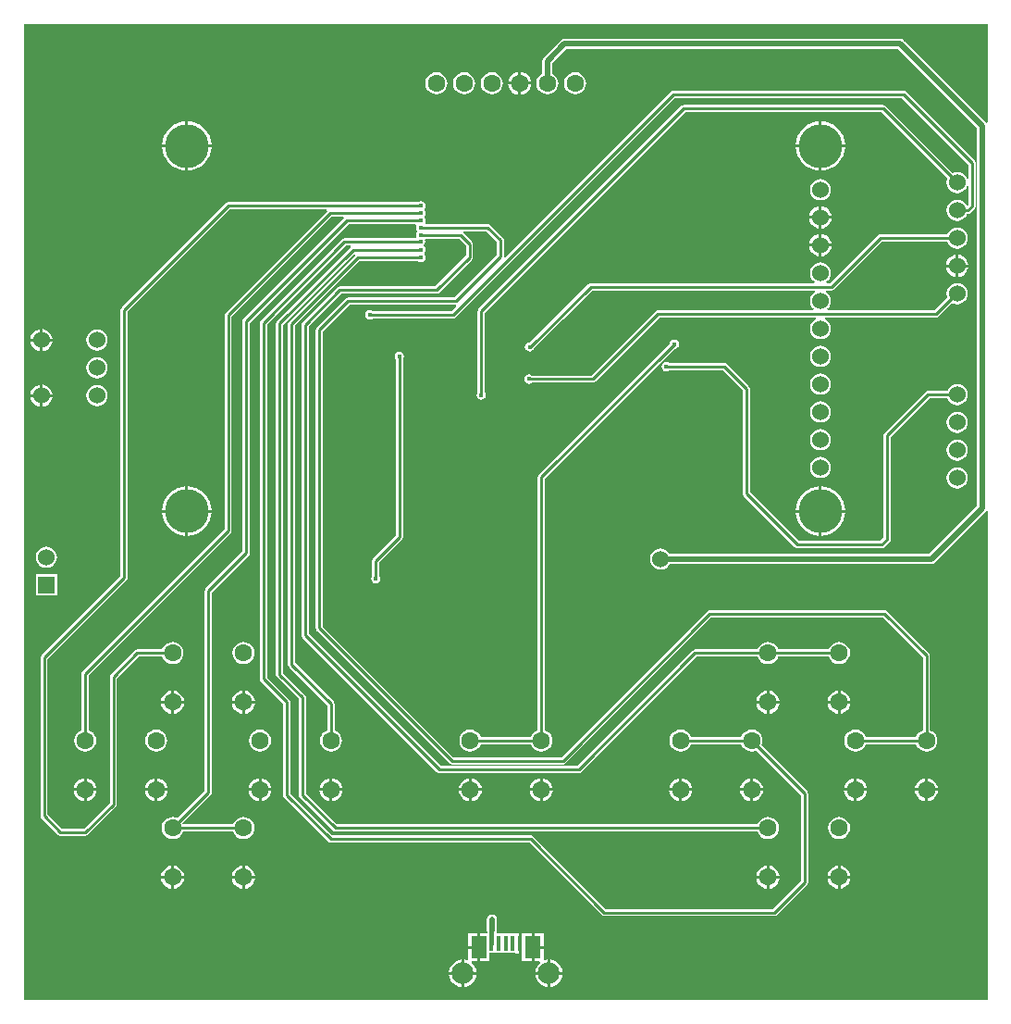
<source format=gtl>
G04*
G04 #@! TF.GenerationSoftware,Altium Limited,Altium Designer,20.1.7 (139)*
G04*
G04 Layer_Physical_Order=1*
G04 Layer_Color=255*
%FSLAX25Y25*%
%MOIN*%
G70*
G04*
G04 #@! TF.SameCoordinates,7B629D7A-5012-4778-A706-7C37D5037AAD*
G04*
G04*
G04 #@! TF.FilePolarity,Positive*
G04*
G01*
G75*
%ADD10C,0.01000*%
%ADD19R,0.05807X0.08268*%
%ADD20R,0.01772X0.05433*%
%ADD21C,0.01968*%
%ADD22C,0.01575*%
%ADD23C,0.01772*%
%ADD24C,0.06000*%
%ADD25C,0.06299*%
%ADD26R,0.06000X0.06000*%
%ADD27C,0.15748*%
%ADD28C,0.07874*%
G36*
X370442Y317429D02*
X369942Y317277D01*
X369781Y317517D01*
X340352Y346947D01*
X339766Y347338D01*
X339075Y347476D01*
X217913D01*
X217222Y347338D01*
X216636Y346947D01*
X210534Y340844D01*
X210142Y340258D01*
X210005Y339567D01*
Y335009D01*
X209826Y334935D01*
X209003Y334304D01*
X208372Y333482D01*
X207975Y332524D01*
X207840Y331496D01*
X207975Y330468D01*
X208372Y329511D01*
X209003Y328688D01*
X209826Y328057D01*
X210783Y327660D01*
X211811Y327525D01*
X212839Y327660D01*
X213796Y328057D01*
X214619Y328688D01*
X215250Y329511D01*
X215647Y330468D01*
X215782Y331496D01*
X215647Y332524D01*
X215250Y333482D01*
X214619Y334304D01*
X213796Y334935D01*
X213617Y335009D01*
Y338819D01*
X218662Y343863D01*
X338327D01*
X366698Y315492D01*
Y179390D01*
X349350Y162043D01*
X256009D01*
X255966Y162146D01*
X255359Y162937D01*
X254568Y163544D01*
X253646Y163926D01*
X252658Y164056D01*
X251669Y163926D01*
X250747Y163544D01*
X249956Y162937D01*
X249349Y162146D01*
X248968Y161225D01*
X248837Y160236D01*
X248968Y159248D01*
X249349Y158326D01*
X249956Y157535D01*
X250747Y156928D01*
X251669Y156546D01*
X252658Y156416D01*
X253646Y156546D01*
X254568Y156928D01*
X255359Y157535D01*
X255966Y158326D01*
X256009Y158430D01*
X350098D01*
X350790Y158567D01*
X351376Y158959D01*
X369781Y177364D01*
X369942Y177604D01*
X370442Y177453D01*
Y1606D01*
X23259D01*
Y352725D01*
X370442D01*
Y317429D01*
D02*
G37*
%LPC*%
G36*
X202311Y335616D02*
Y331996D01*
X205931D01*
X205854Y332579D01*
X205436Y333589D01*
X204771Y334456D01*
X203904Y335121D01*
X202894Y335539D01*
X202311Y335616D01*
D02*
G37*
G36*
X201311D02*
X200728Y335539D01*
X199718Y335121D01*
X198852Y334456D01*
X198186Y333589D01*
X197768Y332579D01*
X197691Y331996D01*
X201311D01*
Y335616D01*
D02*
G37*
G36*
X221811Y335467D02*
X220783Y335332D01*
X219826Y334935D01*
X219003Y334304D01*
X218372Y333482D01*
X217975Y332524D01*
X217840Y331496D01*
X217975Y330468D01*
X218372Y329511D01*
X219003Y328688D01*
X219826Y328057D01*
X220783Y327660D01*
X221811Y327525D01*
X222839Y327660D01*
X223797Y328057D01*
X224619Y328688D01*
X225250Y329511D01*
X225647Y330468D01*
X225782Y331496D01*
X225647Y332524D01*
X225250Y333482D01*
X224619Y334304D01*
X223797Y334935D01*
X222839Y335332D01*
X221811Y335467D01*
D02*
G37*
G36*
X191811D02*
X190783Y335332D01*
X189825Y334935D01*
X189003Y334304D01*
X188372Y333482D01*
X187975Y332524D01*
X187840Y331496D01*
X187975Y330468D01*
X188372Y329511D01*
X189003Y328688D01*
X189825Y328057D01*
X190783Y327660D01*
X191811Y327525D01*
X192839Y327660D01*
X193797Y328057D01*
X194619Y328688D01*
X195250Y329511D01*
X195647Y330468D01*
X195782Y331496D01*
X195647Y332524D01*
X195250Y333482D01*
X194619Y334304D01*
X193797Y334935D01*
X192839Y335332D01*
X191811Y335467D01*
D02*
G37*
G36*
X181811D02*
X180783Y335332D01*
X179825Y334935D01*
X179003Y334304D01*
X178372Y333482D01*
X177975Y332524D01*
X177840Y331496D01*
X177975Y330468D01*
X178372Y329511D01*
X179003Y328688D01*
X179825Y328057D01*
X180783Y327660D01*
X181811Y327525D01*
X182839Y327660D01*
X183797Y328057D01*
X184619Y328688D01*
X185250Y329511D01*
X185647Y330468D01*
X185782Y331496D01*
X185647Y332524D01*
X185250Y333482D01*
X184619Y334304D01*
X183797Y334935D01*
X182839Y335332D01*
X181811Y335467D01*
D02*
G37*
G36*
X171811D02*
X170783Y335332D01*
X169825Y334935D01*
X169003Y334304D01*
X168372Y333482D01*
X167975Y332524D01*
X167840Y331496D01*
X167975Y330468D01*
X168372Y329511D01*
X169003Y328688D01*
X169825Y328057D01*
X170783Y327660D01*
X171811Y327525D01*
X172839Y327660D01*
X173796Y328057D01*
X174619Y328688D01*
X175250Y329511D01*
X175647Y330468D01*
X175782Y331496D01*
X175647Y332524D01*
X175250Y333482D01*
X174619Y334304D01*
X173796Y334935D01*
X172839Y335332D01*
X171811Y335467D01*
D02*
G37*
G36*
X205931Y330996D02*
X202311D01*
Y327377D01*
X202894Y327453D01*
X203904Y327871D01*
X204771Y328537D01*
X205436Y329403D01*
X205854Y330413D01*
X205931Y330996D01*
D02*
G37*
G36*
X201311D02*
X197691D01*
X197768Y330413D01*
X198186Y329403D01*
X198852Y328537D01*
X199718Y327871D01*
X200728Y327453D01*
X201311Y327377D01*
Y330996D01*
D02*
G37*
G36*
X310736Y317824D02*
Y309457D01*
X319104D01*
X318982Y310696D01*
X318474Y312369D01*
X317650Y313911D01*
X316542Y315262D01*
X315190Y316371D01*
X313649Y317195D01*
X311976Y317702D01*
X310736Y317824D01*
D02*
G37*
G36*
X309736D02*
X308497Y317702D01*
X306824Y317195D01*
X305282Y316371D01*
X303931Y315262D01*
X302822Y313911D01*
X301998Y312369D01*
X301491Y310696D01*
X301368Y309457D01*
X309736D01*
Y317824D01*
D02*
G37*
G36*
X82390D02*
Y309457D01*
X90758D01*
X90635Y310696D01*
X90128Y312369D01*
X89304Y313911D01*
X88195Y315262D01*
X86844Y316371D01*
X85302Y317195D01*
X83629Y317702D01*
X82390Y317824D01*
D02*
G37*
G36*
X81390D02*
X80150Y317702D01*
X78477Y317195D01*
X76936Y316371D01*
X75585Y315262D01*
X74476Y313911D01*
X73652Y312369D01*
X73144Y310696D01*
X73022Y309457D01*
X81390D01*
Y317824D01*
D02*
G37*
G36*
X319104Y308457D02*
X310736D01*
Y300089D01*
X311976Y300211D01*
X313649Y300718D01*
X315190Y301542D01*
X316542Y302652D01*
X317650Y304003D01*
X318474Y305544D01*
X318982Y307217D01*
X319104Y308457D01*
D02*
G37*
G36*
X309736D02*
X301368D01*
X301491Y307217D01*
X301998Y305544D01*
X302822Y304003D01*
X303931Y302652D01*
X305282Y301542D01*
X306824Y300718D01*
X308497Y300211D01*
X309736Y300089D01*
Y308457D01*
D02*
G37*
G36*
X90758D02*
X82390D01*
Y300089D01*
X83629Y300211D01*
X85302Y300718D01*
X86844Y301542D01*
X88195Y302652D01*
X89304Y304003D01*
X90128Y305544D01*
X90635Y307217D01*
X90758Y308457D01*
D02*
G37*
G36*
X81390D02*
X73022D01*
X73144Y307217D01*
X73652Y305544D01*
X74476Y304003D01*
X75585Y302652D01*
X76936Y301542D01*
X78477Y300718D01*
X80150Y300211D01*
X81390Y300089D01*
Y308457D01*
D02*
G37*
G36*
X340256Y328773D02*
X257087D01*
X256584Y328673D01*
X256158Y328389D01*
X196665Y268895D01*
X196280Y269058D01*
X196195Y269132D01*
Y275000D01*
X196095Y275502D01*
X195810Y275928D01*
X191282Y280456D01*
X190857Y280740D01*
X190354Y280840D01*
X168021D01*
X167754Y281340D01*
X167816Y281434D01*
X167946Y282087D01*
X167816Y282739D01*
X167446Y283293D01*
X167611Y283784D01*
X167816Y284091D01*
X167946Y284744D01*
X167816Y285397D01*
X167446Y285950D01*
Y286195D01*
X167816Y286749D01*
X167946Y287402D01*
X167816Y288054D01*
X167446Y288608D01*
X166893Y288978D01*
X166240Y289108D01*
X165587Y288978D01*
X165193Y288714D01*
X96850D01*
X96348Y288614D01*
X95922Y288330D01*
X58422Y250830D01*
X58138Y250404D01*
X58038Y249902D01*
Y154185D01*
X29485Y125633D01*
X29201Y125207D01*
X29101Y124705D01*
Y67716D01*
X29201Y67214D01*
X29485Y66788D01*
X35292Y60981D01*
X35718Y60697D01*
X36220Y60597D01*
X45374D01*
X45876Y60697D01*
X46302Y60981D01*
X56341Y71021D01*
X56626Y71447D01*
X56726Y71949D01*
Y117271D01*
X64520Y125065D01*
X73054D01*
X73333Y124392D01*
X73964Y123570D01*
X74786Y122939D01*
X75744Y122542D01*
X76772Y122407D01*
X77799Y122542D01*
X78757Y122939D01*
X79580Y123570D01*
X80211Y124392D01*
X80607Y125350D01*
X80743Y126378D01*
X80607Y127406D01*
X80211Y128363D01*
X79580Y129186D01*
X78757Y129817D01*
X77799Y130214D01*
X76772Y130349D01*
X75744Y130214D01*
X74786Y129817D01*
X73964Y129186D01*
X73333Y128363D01*
X73054Y127691D01*
X63976D01*
X63474Y127591D01*
X63048Y127306D01*
X54485Y118743D01*
X54201Y118317D01*
X54101Y117815D01*
Y72492D01*
X44830Y63222D01*
X36764D01*
X31726Y68260D01*
Y124161D01*
X60278Y152714D01*
X60563Y153139D01*
X60663Y153642D01*
Y249358D01*
X97394Y286089D01*
X132260D01*
X132377Y285913D01*
X132453Y285589D01*
X95824Y248960D01*
X95539Y248534D01*
X95439Y248031D01*
Y170918D01*
X44347Y119826D01*
X44063Y119400D01*
X43963Y118898D01*
Y98600D01*
X43290Y98321D01*
X42468Y97690D01*
X41837Y96867D01*
X41440Y95910D01*
X41305Y94882D01*
X41440Y93854D01*
X41837Y92896D01*
X42468Y92074D01*
X43290Y91443D01*
X44248Y91046D01*
X45276Y90911D01*
X46303Y91046D01*
X47261Y91443D01*
X48083Y92074D01*
X48715Y92896D01*
X49111Y93854D01*
X49247Y94882D01*
X49111Y95910D01*
X48715Y96867D01*
X48083Y97690D01*
X47261Y98321D01*
X46588Y98600D01*
Y118354D01*
X97680Y169446D01*
X97965Y169872D01*
X98065Y170374D01*
Y247488D01*
X134008Y283432D01*
X138362D01*
X138479Y283256D01*
X138556Y282931D01*
X102320Y246696D01*
X102035Y246270D01*
X101935Y245768D01*
Y162945D01*
X88737Y149747D01*
X88453Y149321D01*
X88353Y148819D01*
Y76823D01*
X78472Y66943D01*
X77799Y67221D01*
X76772Y67357D01*
X75744Y67221D01*
X74786Y66825D01*
X73964Y66194D01*
X73333Y65371D01*
X72936Y64414D01*
X72801Y63386D01*
X72936Y62358D01*
X73333Y61400D01*
X73964Y60578D01*
X74786Y59947D01*
X75744Y59550D01*
X76772Y59415D01*
X77799Y59550D01*
X78757Y59947D01*
X79580Y60578D01*
X80211Y61400D01*
X80489Y62073D01*
X98645D01*
X98923Y61400D01*
X99554Y60578D01*
X100377Y59947D01*
X101335Y59550D01*
X102362Y59415D01*
X103390Y59550D01*
X104348Y59947D01*
X105170Y60578D01*
X105801Y61400D01*
X106198Y62358D01*
X106333Y63386D01*
X106198Y64414D01*
X105801Y65371D01*
X105170Y66194D01*
X104348Y66825D01*
X103390Y67221D01*
X102362Y67357D01*
X101335Y67221D01*
X100377Y66825D01*
X99554Y66194D01*
X98923Y65371D01*
X98645Y64698D01*
X80599D01*
X80406Y65164D01*
X90593Y75351D01*
X90878Y75777D01*
X90978Y76279D01*
Y148275D01*
X104176Y161473D01*
X104461Y161899D01*
X104561Y162402D01*
Y245224D01*
X140111Y280774D01*
X164361D01*
X164628Y280274D01*
X164566Y280180D01*
X164436Y279528D01*
X164566Y278875D01*
X164935Y278321D01*
Y278175D01*
X164566Y277621D01*
X164436Y276969D01*
X164566Y276316D01*
X164628Y276222D01*
X164361Y275722D01*
X138681D01*
X138179Y275622D01*
X137753Y275338D01*
X108619Y246204D01*
X108335Y245778D01*
X108235Y245276D01*
Y117028D01*
X108335Y116525D01*
X108619Y116099D01*
X116601Y108118D01*
Y75197D01*
X116701Y74695D01*
X116985Y74269D01*
X132832Y58422D01*
X133257Y58138D01*
X133760Y58038D01*
X205460D01*
X231454Y32044D01*
X231880Y31760D01*
X232382Y31660D01*
X293602D01*
X294105Y31760D01*
X294531Y32044D01*
X305456Y42970D01*
X305740Y43395D01*
X305840Y43898D01*
Y75787D01*
X305740Y76290D01*
X305456Y76716D01*
X288990Y93181D01*
X289269Y93854D01*
X289404Y94882D01*
X289269Y95910D01*
X288872Y96867D01*
X288241Y97690D01*
X287419Y98321D01*
X286461Y98718D01*
X285433Y98853D01*
X284405Y98718D01*
X283448Y98321D01*
X282625Y97690D01*
X281994Y96867D01*
X281715Y96194D01*
X263560D01*
X263281Y96867D01*
X262650Y97690D01*
X261828Y98321D01*
X260870Y98718D01*
X259842Y98853D01*
X258815Y98718D01*
X257857Y98321D01*
X257035Y97690D01*
X256404Y96867D01*
X256007Y95910D01*
X255872Y94882D01*
X256007Y93854D01*
X256404Y92896D01*
X257035Y92074D01*
X257857Y91443D01*
X258815Y91046D01*
X259842Y90911D01*
X260870Y91046D01*
X261828Y91443D01*
X262650Y92074D01*
X263281Y92896D01*
X263560Y93569D01*
X281715D01*
X281994Y92896D01*
X282625Y92074D01*
X283448Y91443D01*
X284405Y91046D01*
X285433Y90911D01*
X286461Y91046D01*
X287134Y91325D01*
X303215Y75244D01*
Y44441D01*
X293059Y34285D01*
X232926D01*
X206932Y60278D01*
X206506Y60563D01*
X206004Y60663D01*
X134303D01*
X119226Y75740D01*
Y108661D01*
X119126Y109164D01*
X118842Y109590D01*
X110860Y117571D01*
Y244732D01*
X139225Y273097D01*
X140872D01*
X141024Y272597D01*
X141001Y272582D01*
X114426Y246007D01*
X114142Y245581D01*
X114042Y245079D01*
Y118602D01*
X114142Y118100D01*
X114426Y117674D01*
X122309Y109791D01*
Y75295D01*
X122409Y74793D01*
X122694Y74367D01*
X134603Y62458D01*
X135029Y62173D01*
X135531Y62073D01*
X287621D01*
X287900Y61400D01*
X288531Y60578D01*
X289353Y59947D01*
X290311Y59550D01*
X291339Y59415D01*
X292366Y59550D01*
X293324Y59947D01*
X294146Y60578D01*
X294778Y61400D01*
X295174Y62358D01*
X295310Y63386D01*
X295174Y64414D01*
X294778Y65371D01*
X294146Y66194D01*
X293324Y66825D01*
X292366Y67221D01*
X291339Y67357D01*
X290311Y67221D01*
X289353Y66825D01*
X288531Y66194D01*
X287900Y65371D01*
X287621Y64698D01*
X136075D01*
X124935Y75839D01*
Y110335D01*
X124835Y110837D01*
X124550Y111263D01*
X116667Y119146D01*
Y244535D01*
X142203Y270071D01*
X142289Y270049D01*
X142442Y269496D01*
X118757Y245810D01*
X118472Y245384D01*
X118372Y244882D01*
Y122244D01*
X118472Y121742D01*
X118757Y121316D01*
X132546Y107527D01*
Y98600D01*
X131873Y98321D01*
X131050Y97690D01*
X130419Y96867D01*
X130023Y95910D01*
X129887Y94882D01*
X130023Y93854D01*
X130419Y92896D01*
X131050Y92074D01*
X131873Y91443D01*
X132831Y91046D01*
X133858Y90911D01*
X134886Y91046D01*
X135844Y91443D01*
X136666Y92074D01*
X137297Y92896D01*
X137694Y93854D01*
X137829Y94882D01*
X137694Y95910D01*
X137297Y96867D01*
X136666Y97690D01*
X135844Y98321D01*
X135171Y98600D01*
Y108071D01*
X135071Y108573D01*
X134786Y108999D01*
X120998Y122788D01*
Y244338D01*
X144245Y267585D01*
X165193D01*
X165587Y267321D01*
X166240Y267192D01*
X166893Y267321D01*
X167446Y267691D01*
X167816Y268245D01*
X167946Y268898D01*
X167816Y269550D01*
X167566Y269925D01*
X167486Y270276D01*
X167566Y270626D01*
X167816Y271001D01*
X167946Y271654D01*
X167816Y272306D01*
X167535Y272727D01*
X167348Y273203D01*
X167718Y273757D01*
X167848Y274410D01*
X167718Y275062D01*
X167655Y275156D01*
X167923Y275656D01*
X179870D01*
X182447Y273078D01*
Y269441D01*
X171405Y258399D01*
X137008D01*
X136505Y258299D01*
X136080Y258015D01*
X123580Y245515D01*
X123295Y245089D01*
X123195Y244587D01*
Y132874D01*
X123295Y132372D01*
X123580Y131946D01*
X172005Y83521D01*
X172431Y83236D01*
X172933Y83136D01*
X223130D01*
X223632Y83236D01*
X224058Y83521D01*
X265603Y125065D01*
X287621D01*
X287900Y124392D01*
X288531Y123570D01*
X289353Y122939D01*
X290311Y122542D01*
X291339Y122407D01*
X292366Y122542D01*
X293324Y122939D01*
X294146Y123570D01*
X294778Y124392D01*
X295056Y125065D01*
X313211D01*
X313490Y124392D01*
X314121Y123570D01*
X314944Y122939D01*
X315901Y122542D01*
X316929Y122407D01*
X317957Y122542D01*
X318915Y122939D01*
X319737Y123570D01*
X320368Y124392D01*
X320765Y125350D01*
X320900Y126378D01*
X320765Y127406D01*
X320368Y128363D01*
X319737Y129186D01*
X318915Y129817D01*
X317957Y130214D01*
X316929Y130349D01*
X315901Y130214D01*
X314944Y129817D01*
X314121Y129186D01*
X313490Y128363D01*
X313211Y127691D01*
X295056D01*
X294778Y128363D01*
X294146Y129186D01*
X293324Y129817D01*
X292366Y130214D01*
X291339Y130349D01*
X290311Y130214D01*
X289353Y129817D01*
X288531Y129186D01*
X287900Y128363D01*
X287621Y127691D01*
X265059D01*
X264557Y127591D01*
X264131Y127306D01*
X222586Y85761D01*
X173477D01*
X125821Y133418D01*
Y244043D01*
X137552Y255774D01*
X171949D01*
X172451Y255874D01*
X172877Y256158D01*
X184688Y267969D01*
X184973Y268395D01*
X185073Y268898D01*
Y273622D01*
X184973Y274124D01*
X184688Y274550D01*
X181523Y277715D01*
X181730Y278215D01*
X189811D01*
X193569Y274456D01*
Y269638D01*
X178295Y254364D01*
X139961D01*
X139458Y254264D01*
X139032Y253979D01*
X128698Y243645D01*
X128413Y243219D01*
X128313Y242717D01*
Y135433D01*
X128413Y134931D01*
X128698Y134505D01*
X176532Y86670D01*
X176958Y86386D01*
X177461Y86286D01*
X217421D01*
X217924Y86386D01*
X218349Y86670D01*
X270918Y139239D01*
X332822D01*
X347113Y124948D01*
Y98600D01*
X346440Y98321D01*
X345617Y97690D01*
X344986Y96867D01*
X344707Y96194D01*
X326552D01*
X326274Y96867D01*
X325642Y97690D01*
X324820Y98321D01*
X323862Y98718D01*
X322835Y98853D01*
X321807Y98718D01*
X320849Y98321D01*
X320027Y97690D01*
X319396Y96867D01*
X318999Y95910D01*
X318864Y94882D01*
X318999Y93854D01*
X319396Y92896D01*
X320027Y92074D01*
X320849Y91443D01*
X321807Y91046D01*
X322835Y90911D01*
X323862Y91046D01*
X324820Y91443D01*
X325642Y92074D01*
X326274Y92896D01*
X326552Y93569D01*
X344707D01*
X344986Y92896D01*
X345617Y92074D01*
X346440Y91443D01*
X347397Y91046D01*
X348425Y90911D01*
X349453Y91046D01*
X350411Y91443D01*
X351233Y92074D01*
X351864Y92896D01*
X352261Y93854D01*
X352396Y94882D01*
X352261Y95910D01*
X351864Y96867D01*
X351233Y97690D01*
X350411Y98321D01*
X349738Y98600D01*
Y125492D01*
X349638Y125994D01*
X349353Y126420D01*
X334294Y141479D01*
X333869Y141764D01*
X333366Y141864D01*
X270374D01*
X269872Y141764D01*
X269446Y141479D01*
X216878Y88911D01*
X178004D01*
X130939Y135977D01*
Y242173D01*
X140504Y251739D01*
X178801D01*
X178875Y251653D01*
X179038Y251268D01*
X177212Y249443D01*
X148882D01*
X148487Y249706D01*
X147835Y249836D01*
X147182Y249706D01*
X146628Y249336D01*
X146258Y248783D01*
X146129Y248130D01*
X146258Y247477D01*
X146628Y246924D01*
X147182Y246554D01*
X147835Y246424D01*
X148487Y246554D01*
X148882Y246817D01*
X177756D01*
X178258Y246917D01*
X178684Y247202D01*
X257630Y326148D01*
X339712D01*
X363550Y302311D01*
Y297111D01*
X363050Y297011D01*
X362757Y297717D01*
X362150Y298508D01*
X361359Y299115D01*
X360437Y299497D01*
X359449Y299627D01*
X358460Y299497D01*
X357863Y299250D01*
X333743Y323369D01*
X333317Y323654D01*
X332815Y323754D01*
X261024D01*
X260521Y323654D01*
X260095Y323369D01*
X187064Y250338D01*
X186779Y249912D01*
X186679Y249410D01*
Y220339D01*
X186416Y219944D01*
X186286Y219291D01*
X186416Y218638D01*
X186786Y218085D01*
X187339Y217715D01*
X187992Y217585D01*
X188645Y217715D01*
X189199Y218085D01*
X189568Y218638D01*
X189698Y219291D01*
X189568Y219944D01*
X189305Y220339D01*
Y248866D01*
X261567Y321128D01*
X332271D01*
X356006Y297393D01*
X355759Y296796D01*
X355629Y295807D01*
X355759Y294818D01*
X356140Y293897D01*
X356748Y293106D01*
X357539Y292499D01*
X358460Y292117D01*
X359449Y291987D01*
X360437Y292117D01*
X361359Y292499D01*
X362150Y293106D01*
X362757Y293897D01*
X363050Y294603D01*
X363550Y294504D01*
Y287935D01*
X363210Y287637D01*
X362725Y287759D01*
X362150Y288508D01*
X361359Y289115D01*
X360437Y289497D01*
X359449Y289627D01*
X358460Y289497D01*
X357539Y289115D01*
X356748Y288508D01*
X356140Y287717D01*
X355759Y286796D01*
X355629Y285807D01*
X355759Y284818D01*
X356140Y283897D01*
X356748Y283106D01*
X357539Y282499D01*
X358460Y282117D01*
X359449Y281987D01*
X360437Y282117D01*
X361359Y282499D01*
X362150Y283106D01*
X362757Y283897D01*
X363005Y284494D01*
X363366D01*
X363868Y284594D01*
X364294Y284879D01*
X365790Y286375D01*
X366075Y286801D01*
X366175Y287303D01*
Y302854D01*
X366075Y303357D01*
X365790Y303783D01*
X341184Y328389D01*
X340758Y328673D01*
X340256Y328773D01*
D02*
G37*
G36*
X310236Y297029D02*
X309247Y296899D01*
X308326Y296517D01*
X307535Y295910D01*
X306928Y295119D01*
X306546Y294197D01*
X306416Y293209D01*
X306546Y292220D01*
X306928Y291299D01*
X307535Y290508D01*
X308326Y289900D01*
X309247Y289519D01*
X310236Y289389D01*
X311225Y289519D01*
X312146Y289900D01*
X312937Y290508D01*
X313545Y291299D01*
X313926Y292220D01*
X314056Y293209D01*
X313926Y294197D01*
X313545Y295119D01*
X312937Y295910D01*
X312146Y296517D01*
X311225Y296899D01*
X310236Y297029D01*
D02*
G37*
G36*
X310736Y287177D02*
Y283709D01*
X314205D01*
X314133Y284253D01*
X313730Y285226D01*
X313089Y286062D01*
X312253Y286703D01*
X311280Y287106D01*
X310736Y287177D01*
D02*
G37*
G36*
X309736D02*
X309192Y287106D01*
X308219Y286703D01*
X307383Y286062D01*
X306742Y285226D01*
X306339Y284253D01*
X306267Y283709D01*
X309736D01*
Y287177D01*
D02*
G37*
G36*
X314205Y282709D02*
X310736D01*
Y279240D01*
X311280Y279312D01*
X312253Y279715D01*
X313089Y280356D01*
X313730Y281191D01*
X314133Y282164D01*
X314205Y282709D01*
D02*
G37*
G36*
X309736D02*
X306267D01*
X306339Y282164D01*
X306742Y281191D01*
X307383Y280356D01*
X308219Y279715D01*
X309192Y279312D01*
X309736Y279240D01*
Y282709D01*
D02*
G37*
G36*
X310736Y277177D02*
Y273709D01*
X314205D01*
X314133Y274253D01*
X313730Y275226D01*
X313089Y276062D01*
X312253Y276703D01*
X311280Y277106D01*
X310736Y277177D01*
D02*
G37*
G36*
X309736D02*
X309192Y277106D01*
X308219Y276703D01*
X307383Y276062D01*
X306742Y275226D01*
X306339Y274253D01*
X306267Y273709D01*
X309736D01*
Y277177D01*
D02*
G37*
G36*
X359449Y279627D02*
X358460Y279497D01*
X357539Y279115D01*
X356748Y278508D01*
X356140Y277717D01*
X355893Y277120D01*
X331909D01*
X331407Y277020D01*
X330981Y276735D01*
X313826Y259580D01*
X312550D01*
X312381Y260080D01*
X312937Y260507D01*
X313545Y261299D01*
X313926Y262220D01*
X314056Y263209D01*
X313926Y264197D01*
X313545Y265119D01*
X312937Y265910D01*
X312146Y266517D01*
X311225Y266899D01*
X310236Y267029D01*
X309247Y266899D01*
X308326Y266517D01*
X307535Y265910D01*
X306928Y265119D01*
X306546Y264197D01*
X306416Y263209D01*
X306546Y262220D01*
X306928Y261299D01*
X307535Y260507D01*
X308092Y260080D01*
X307922Y259580D01*
X227658D01*
X227415Y259532D01*
X227171Y259487D01*
X227164Y259482D01*
X227155Y259480D01*
X226950Y259343D01*
X226742Y259208D01*
X205251Y238288D01*
X204761Y238190D01*
X204207Y237821D01*
X203837Y237267D01*
X203707Y236614D01*
X203837Y235961D01*
X204207Y235408D01*
X204761Y235038D01*
X205413Y234908D01*
X206066Y235038D01*
X206620Y235408D01*
X206990Y235961D01*
X207077Y236402D01*
X228191Y256955D01*
X308111D01*
X308202Y256769D01*
X308246Y256455D01*
X307535Y255910D01*
X306928Y255119D01*
X306546Y254197D01*
X306416Y253209D01*
X306546Y252220D01*
X306928Y251299D01*
X307535Y250507D01*
X307758Y250336D01*
X307588Y249836D01*
X251673D01*
X251171Y249736D01*
X250745Y249452D01*
X227606Y226313D01*
X206165D01*
X205771Y226576D01*
X205118Y226706D01*
X204465Y226576D01*
X203912Y226206D01*
X203542Y225653D01*
X203412Y225000D01*
X203542Y224347D01*
X203912Y223794D01*
X204465Y223424D01*
X205118Y223294D01*
X205771Y223424D01*
X206165Y223687D01*
X228150D01*
X228652Y223787D01*
X229078Y224072D01*
X252217Y247211D01*
X308695D01*
X308795Y246711D01*
X308326Y246517D01*
X307535Y245910D01*
X306928Y245119D01*
X306546Y244197D01*
X306416Y243209D01*
X306546Y242220D01*
X306928Y241299D01*
X307535Y240508D01*
X308326Y239900D01*
X309247Y239519D01*
X310236Y239389D01*
X311225Y239519D01*
X312146Y239900D01*
X312937Y240508D01*
X313545Y241299D01*
X313926Y242220D01*
X314056Y243209D01*
X313926Y244197D01*
X313545Y245119D01*
X312937Y245910D01*
X312146Y246517D01*
X311678Y246711D01*
X311777Y247211D01*
X351870D01*
X352372Y247311D01*
X352798Y247596D01*
X357654Y252451D01*
X358460Y252117D01*
X359449Y251987D01*
X360437Y252117D01*
X361359Y252499D01*
X362150Y253106D01*
X362757Y253897D01*
X363139Y254818D01*
X363269Y255807D01*
X363139Y256796D01*
X362757Y257717D01*
X362150Y258508D01*
X361359Y259115D01*
X360437Y259497D01*
X359449Y259627D01*
X358460Y259497D01*
X357539Y259115D01*
X356748Y258508D01*
X356140Y257717D01*
X355759Y256796D01*
X355629Y255807D01*
X355759Y254818D01*
X355920Y254430D01*
X351326Y249836D01*
X312884D01*
X312714Y250336D01*
X312937Y250507D01*
X313545Y251299D01*
X313926Y252220D01*
X314056Y253209D01*
X313926Y254197D01*
X313545Y255119D01*
X312937Y255910D01*
X312227Y256455D01*
X312270Y256769D01*
X312361Y256955D01*
X314370D01*
X314872Y257055D01*
X315298Y257340D01*
X332453Y274495D01*
X355893D01*
X356140Y273897D01*
X356748Y273106D01*
X357539Y272499D01*
X358460Y272117D01*
X359449Y271987D01*
X360437Y272117D01*
X361359Y272499D01*
X362150Y273106D01*
X362757Y273897D01*
X363139Y274818D01*
X363269Y275807D01*
X363139Y276796D01*
X362757Y277717D01*
X362150Y278508D01*
X361359Y279115D01*
X360437Y279497D01*
X359449Y279627D01*
D02*
G37*
G36*
X314205Y272709D02*
X310736D01*
Y269240D01*
X311280Y269312D01*
X312253Y269715D01*
X313089Y270356D01*
X313730Y271191D01*
X314133Y272164D01*
X314205Y272709D01*
D02*
G37*
G36*
X309736D02*
X306267D01*
X306339Y272164D01*
X306742Y271191D01*
X307383Y270356D01*
X308219Y269715D01*
X309192Y269312D01*
X309736Y269240D01*
Y272709D01*
D02*
G37*
G36*
X359949Y269776D02*
Y266307D01*
X363418D01*
X363346Y266851D01*
X362943Y267824D01*
X362302Y268660D01*
X361466Y269301D01*
X360493Y269704D01*
X359949Y269776D01*
D02*
G37*
G36*
X358949D02*
X358405Y269704D01*
X357432Y269301D01*
X356596Y268660D01*
X355955Y267824D01*
X355552Y266851D01*
X355480Y266307D01*
X358949D01*
Y269776D01*
D02*
G37*
G36*
X363418Y265307D02*
X359949D01*
Y261838D01*
X360493Y261910D01*
X361466Y262313D01*
X362302Y262954D01*
X362943Y263790D01*
X363346Y264763D01*
X363418Y265307D01*
D02*
G37*
G36*
X358949D02*
X355480D01*
X355552Y264763D01*
X355955Y263790D01*
X356596Y262954D01*
X357432Y262313D01*
X358405Y261910D01*
X358949Y261838D01*
Y265307D01*
D02*
G37*
G36*
X30008Y243004D02*
Y239535D01*
X33477D01*
X33405Y240080D01*
X33002Y241053D01*
X32361Y241888D01*
X31525Y242529D01*
X30552Y242933D01*
X30008Y243004D01*
D02*
G37*
G36*
X29008D02*
X28464Y242933D01*
X27491Y242529D01*
X26655Y241888D01*
X26014Y241053D01*
X25611Y240080D01*
X25539Y239535D01*
X29008D01*
Y243004D01*
D02*
G37*
G36*
X49508Y242856D02*
X48519Y242725D01*
X47598Y242344D01*
X46807Y241737D01*
X46200Y240946D01*
X45818Y240024D01*
X45688Y239035D01*
X45818Y238047D01*
X46200Y237125D01*
X46807Y236334D01*
X47598Y235727D01*
X48519Y235346D01*
X49508Y235215D01*
X50497Y235346D01*
X51418Y235727D01*
X52209Y236334D01*
X52816Y237125D01*
X53198Y238047D01*
X53328Y239035D01*
X53198Y240024D01*
X52816Y240946D01*
X52209Y241737D01*
X51418Y242344D01*
X50497Y242725D01*
X49508Y242856D01*
D02*
G37*
G36*
X33477Y238535D02*
X30008D01*
Y235067D01*
X30552Y235138D01*
X31525Y235541D01*
X32361Y236183D01*
X33002Y237018D01*
X33405Y237991D01*
X33477Y238535D01*
D02*
G37*
G36*
X29008D02*
X25539D01*
X25611Y237991D01*
X26014Y237018D01*
X26655Y236183D01*
X27491Y235541D01*
X28464Y235138D01*
X29008Y235067D01*
Y238535D01*
D02*
G37*
G36*
X310236Y237029D02*
X309247Y236899D01*
X308326Y236517D01*
X307535Y235910D01*
X306928Y235119D01*
X306546Y234197D01*
X306416Y233209D01*
X306546Y232220D01*
X306928Y231299D01*
X307535Y230507D01*
X308326Y229900D01*
X309247Y229519D01*
X310236Y229389D01*
X311225Y229519D01*
X312146Y229900D01*
X312937Y230507D01*
X313545Y231299D01*
X313926Y232220D01*
X314056Y233209D01*
X313926Y234197D01*
X313545Y235119D01*
X312937Y235910D01*
X312146Y236517D01*
X311225Y236899D01*
X310236Y237029D01*
D02*
G37*
G36*
X49508Y232856D02*
X48519Y232725D01*
X47598Y232344D01*
X46807Y231737D01*
X46200Y230945D01*
X45818Y230024D01*
X45688Y229035D01*
X45818Y228047D01*
X46200Y227125D01*
X46807Y226334D01*
X47598Y225727D01*
X48519Y225345D01*
X49508Y225215D01*
X50497Y225345D01*
X51418Y225727D01*
X52209Y226334D01*
X52816Y227125D01*
X53198Y228047D01*
X53328Y229035D01*
X53198Y230024D01*
X52816Y230945D01*
X52209Y231737D01*
X51418Y232344D01*
X50497Y232725D01*
X49508Y232856D01*
D02*
G37*
G36*
X30008Y223004D02*
Y219535D01*
X33477D01*
X33405Y220080D01*
X33002Y221053D01*
X32361Y221888D01*
X31525Y222529D01*
X30552Y222933D01*
X30008Y223004D01*
D02*
G37*
G36*
X29008D02*
X28464Y222933D01*
X27491Y222529D01*
X26655Y221888D01*
X26014Y221053D01*
X25611Y220080D01*
X25539Y219535D01*
X29008D01*
Y223004D01*
D02*
G37*
G36*
X310236Y227029D02*
X309247Y226899D01*
X308326Y226517D01*
X307535Y225910D01*
X306928Y225119D01*
X306546Y224197D01*
X306416Y223209D01*
X306546Y222220D01*
X306928Y221299D01*
X307535Y220508D01*
X308326Y219900D01*
X309247Y219519D01*
X310236Y219389D01*
X311225Y219519D01*
X312146Y219900D01*
X312937Y220508D01*
X313545Y221299D01*
X313926Y222220D01*
X314056Y223209D01*
X313926Y224197D01*
X313545Y225119D01*
X312937Y225910D01*
X312146Y226517D01*
X311225Y226899D01*
X310236Y227029D01*
D02*
G37*
G36*
X254724Y231234D02*
X254071Y231104D01*
X253518Y230734D01*
X253148Y230180D01*
X253018Y229528D01*
X253148Y228875D01*
X253518Y228321D01*
X254071Y227951D01*
X254724Y227822D01*
X255377Y227951D01*
X255772Y228215D01*
X275047D01*
X282152Y221110D01*
Y183858D01*
X282252Y183356D01*
X282536Y182930D01*
X301040Y164426D01*
X301466Y164142D01*
X301969Y164042D01*
X332283D01*
X332786Y164142D01*
X333212Y164426D01*
X335180Y166395D01*
X335465Y166821D01*
X335565Y167323D01*
Y204181D01*
X349441Y218057D01*
X355893D01*
X356140Y217460D01*
X356748Y216669D01*
X357539Y216062D01*
X358460Y215680D01*
X359449Y215550D01*
X360437Y215680D01*
X361359Y216062D01*
X362150Y216669D01*
X362757Y217460D01*
X363139Y218381D01*
X363269Y219370D01*
X363139Y220359D01*
X362757Y221280D01*
X362150Y222071D01*
X361359Y222678D01*
X360437Y223060D01*
X359449Y223190D01*
X358460Y223060D01*
X357539Y222678D01*
X356748Y222071D01*
X356140Y221280D01*
X355893Y220683D01*
X348898D01*
X348395Y220583D01*
X347970Y220298D01*
X333324Y205653D01*
X333039Y205227D01*
X332939Y204724D01*
Y167867D01*
X331740Y166667D01*
X302512D01*
X284777Y184402D01*
Y221654D01*
X284677Y222156D01*
X284393Y222582D01*
X276519Y230456D01*
X276093Y230740D01*
X275590Y230840D01*
X255772D01*
X255377Y231104D01*
X254724Y231234D01*
D02*
G37*
G36*
X49508Y222855D02*
X48519Y222725D01*
X47598Y222344D01*
X46807Y221737D01*
X46200Y220946D01*
X45818Y220024D01*
X45688Y219035D01*
X45818Y218047D01*
X46200Y217125D01*
X46807Y216334D01*
X47598Y215727D01*
X48519Y215346D01*
X49508Y215215D01*
X50497Y215346D01*
X51418Y215727D01*
X52209Y216334D01*
X52816Y217125D01*
X53198Y218047D01*
X53328Y219035D01*
X53198Y220024D01*
X52816Y220946D01*
X52209Y221737D01*
X51418Y222344D01*
X50497Y222725D01*
X49508Y222855D01*
D02*
G37*
G36*
X33477Y218535D02*
X30008D01*
Y215067D01*
X30552Y215138D01*
X31525Y215541D01*
X32361Y216183D01*
X33002Y217018D01*
X33405Y217991D01*
X33477Y218535D01*
D02*
G37*
G36*
X29008D02*
X25539D01*
X25611Y217991D01*
X26014Y217018D01*
X26655Y216183D01*
X27491Y215541D01*
X28464Y215138D01*
X29008Y215067D01*
Y218535D01*
D02*
G37*
G36*
X310236Y217029D02*
X309247Y216899D01*
X308326Y216517D01*
X307535Y215910D01*
X306928Y215119D01*
X306546Y214197D01*
X306416Y213209D01*
X306546Y212220D01*
X306928Y211299D01*
X307535Y210507D01*
X308326Y209900D01*
X309247Y209519D01*
X310236Y209389D01*
X311225Y209519D01*
X312146Y209900D01*
X312937Y210507D01*
X313545Y211299D01*
X313926Y212220D01*
X314056Y213209D01*
X313926Y214197D01*
X313545Y215119D01*
X312937Y215910D01*
X312146Y216517D01*
X311225Y216899D01*
X310236Y217029D01*
D02*
G37*
G36*
X359449Y213190D02*
X358460Y213060D01*
X357539Y212678D01*
X356748Y212071D01*
X356140Y211280D01*
X355759Y210359D01*
X355629Y209370D01*
X355759Y208381D01*
X356140Y207460D01*
X356748Y206669D01*
X357539Y206062D01*
X358460Y205680D01*
X359449Y205550D01*
X360437Y205680D01*
X361359Y206062D01*
X362150Y206669D01*
X362757Y207460D01*
X363139Y208381D01*
X363269Y209370D01*
X363139Y210359D01*
X362757Y211280D01*
X362150Y212071D01*
X361359Y212678D01*
X360437Y213060D01*
X359449Y213190D01*
D02*
G37*
G36*
X310236Y207029D02*
X309247Y206899D01*
X308326Y206517D01*
X307535Y205910D01*
X306928Y205119D01*
X306546Y204197D01*
X306416Y203209D01*
X306546Y202220D01*
X306928Y201299D01*
X307535Y200507D01*
X308326Y199900D01*
X309247Y199519D01*
X310236Y199389D01*
X311225Y199519D01*
X312146Y199900D01*
X312937Y200507D01*
X313545Y201299D01*
X313926Y202220D01*
X314056Y203209D01*
X313926Y204197D01*
X313545Y205119D01*
X312937Y205910D01*
X312146Y206517D01*
X311225Y206899D01*
X310236Y207029D01*
D02*
G37*
G36*
X359449Y203190D02*
X358460Y203060D01*
X357539Y202678D01*
X356748Y202071D01*
X356140Y201280D01*
X355759Y200359D01*
X355629Y199370D01*
X355759Y198381D01*
X356140Y197460D01*
X356748Y196669D01*
X357539Y196062D01*
X358460Y195680D01*
X359449Y195550D01*
X360437Y195680D01*
X361359Y196062D01*
X362150Y196669D01*
X362757Y197460D01*
X363139Y198381D01*
X363269Y199370D01*
X363139Y200359D01*
X362757Y201280D01*
X362150Y202071D01*
X361359Y202678D01*
X360437Y203060D01*
X359449Y203190D01*
D02*
G37*
G36*
X310236Y197029D02*
X309247Y196899D01*
X308326Y196517D01*
X307535Y195910D01*
X306928Y195119D01*
X306546Y194197D01*
X306416Y193209D01*
X306546Y192220D01*
X306928Y191299D01*
X307535Y190507D01*
X308326Y189900D01*
X309247Y189519D01*
X310236Y189389D01*
X311225Y189519D01*
X312146Y189900D01*
X312937Y190507D01*
X313545Y191299D01*
X313926Y192220D01*
X314056Y193209D01*
X313926Y194197D01*
X313545Y195119D01*
X312937Y195910D01*
X312146Y196517D01*
X311225Y196899D01*
X310236Y197029D01*
D02*
G37*
G36*
X359449Y193190D02*
X358460Y193060D01*
X357539Y192678D01*
X356748Y192071D01*
X356140Y191280D01*
X355759Y190359D01*
X355629Y189370D01*
X355759Y188381D01*
X356140Y187460D01*
X356748Y186669D01*
X357539Y186062D01*
X358460Y185680D01*
X359449Y185550D01*
X360437Y185680D01*
X361359Y186062D01*
X362150Y186669D01*
X362757Y187460D01*
X363139Y188381D01*
X363269Y189370D01*
X363139Y190359D01*
X362757Y191280D01*
X362150Y192071D01*
X361359Y192678D01*
X360437Y193060D01*
X359449Y193190D01*
D02*
G37*
G36*
X310736Y186328D02*
Y177961D01*
X319104D01*
X318982Y179200D01*
X318474Y180873D01*
X317650Y182415D01*
X316542Y183766D01*
X315190Y184875D01*
X313649Y185699D01*
X311976Y186206D01*
X310736Y186328D01*
D02*
G37*
G36*
X309736D02*
X308497Y186206D01*
X306824Y185699D01*
X305282Y184875D01*
X303931Y183766D01*
X302822Y182415D01*
X301998Y180873D01*
X301491Y179200D01*
X301368Y177961D01*
X309736D01*
Y186328D01*
D02*
G37*
G36*
X82390D02*
Y177961D01*
X90758D01*
X90635Y179200D01*
X90128Y180873D01*
X89304Y182415D01*
X88195Y183766D01*
X86844Y184875D01*
X85302Y185699D01*
X83629Y186206D01*
X82390Y186328D01*
D02*
G37*
G36*
X81390D02*
X80150Y186206D01*
X78477Y185699D01*
X76936Y184875D01*
X75585Y183766D01*
X74476Y182415D01*
X73652Y180873D01*
X73144Y179200D01*
X73022Y177961D01*
X81390D01*
Y186328D01*
D02*
G37*
G36*
X319104Y176961D02*
X310736D01*
Y168593D01*
X311976Y168715D01*
X313649Y169222D01*
X315190Y170046D01*
X316542Y171155D01*
X317650Y172507D01*
X318474Y174048D01*
X318982Y175721D01*
X319104Y176961D01*
D02*
G37*
G36*
X309736D02*
X301368D01*
X301491Y175721D01*
X301998Y174048D01*
X302822Y172507D01*
X303931Y171155D01*
X305282Y170046D01*
X306824Y169222D01*
X308497Y168715D01*
X309736Y168593D01*
Y176961D01*
D02*
G37*
G36*
X90758D02*
X82390D01*
Y168593D01*
X83629Y168715D01*
X85302Y169222D01*
X86844Y170046D01*
X88195Y171155D01*
X89304Y172507D01*
X90128Y174048D01*
X90635Y175721D01*
X90758Y176961D01*
D02*
G37*
G36*
X81390D02*
X73022D01*
X73144Y175721D01*
X73652Y174048D01*
X74476Y172507D01*
X75585Y171155D01*
X76936Y170046D01*
X78477Y169222D01*
X80150Y168715D01*
X81390Y168593D01*
Y176961D01*
D02*
G37*
G36*
X31299Y164745D02*
X30310Y164615D01*
X29389Y164234D01*
X28598Y163626D01*
X27991Y162835D01*
X27609Y161914D01*
X27479Y160925D01*
X27609Y159936D01*
X27991Y159015D01*
X28598Y158224D01*
X29389Y157617D01*
X30310Y157235D01*
X31299Y157105D01*
X32288Y157235D01*
X33209Y157617D01*
X34000Y158224D01*
X34607Y159015D01*
X34989Y159936D01*
X35119Y160925D01*
X34989Y161914D01*
X34607Y162835D01*
X34000Y163626D01*
X33209Y164234D01*
X32288Y164615D01*
X31299Y164745D01*
D02*
G37*
G36*
X158465Y234974D02*
X157812Y234844D01*
X157258Y234474D01*
X156888Y233921D01*
X156759Y233268D01*
X156888Y232615D01*
X157152Y232221D01*
Y168654D01*
X149072Y160574D01*
X148787Y160148D01*
X148687Y159646D01*
Y154098D01*
X148424Y153704D01*
X148294Y153051D01*
X148424Y152398D01*
X148794Y151845D01*
X149347Y151475D01*
X150000Y151345D01*
X150653Y151475D01*
X151206Y151845D01*
X151576Y152398D01*
X151706Y153051D01*
X151576Y153704D01*
X151313Y154098D01*
Y159102D01*
X159393Y167182D01*
X159677Y167608D01*
X159777Y168110D01*
Y232221D01*
X160041Y232615D01*
X160171Y233268D01*
X160041Y233921D01*
X159671Y234474D01*
X159117Y234844D01*
X158465Y234974D01*
D02*
G37*
G36*
X35087Y154713D02*
X27512D01*
Y147138D01*
X35087D01*
Y154713D01*
D02*
G37*
G36*
X102362Y130349D02*
X101335Y130214D01*
X100377Y129817D01*
X99554Y129186D01*
X98923Y128363D01*
X98527Y127406D01*
X98391Y126378D01*
X98527Y125350D01*
X98923Y124392D01*
X99554Y123570D01*
X100377Y122939D01*
X101335Y122542D01*
X102362Y122407D01*
X103390Y122542D01*
X104348Y122939D01*
X105170Y123570D01*
X105801Y124392D01*
X106198Y125350D01*
X106333Y126378D01*
X106198Y127406D01*
X105801Y128363D01*
X105170Y129186D01*
X104348Y129817D01*
X103390Y130214D01*
X102362Y130349D01*
D02*
G37*
G36*
X317429Y112781D02*
Y109161D01*
X321049D01*
X320972Y109745D01*
X320554Y110754D01*
X319889Y111621D01*
X319022Y112286D01*
X318012Y112704D01*
X317429Y112781D01*
D02*
G37*
G36*
X316429D02*
X315846Y112704D01*
X314836Y112286D01*
X313970Y111621D01*
X313304Y110754D01*
X312886Y109745D01*
X312809Y109161D01*
X316429D01*
Y112781D01*
D02*
G37*
G36*
X291839D02*
Y109161D01*
X295458D01*
X295381Y109745D01*
X294963Y110754D01*
X294298Y111621D01*
X293431Y112286D01*
X292422Y112704D01*
X291839Y112781D01*
D02*
G37*
G36*
X290839D02*
X290255Y112704D01*
X289246Y112286D01*
X288379Y111621D01*
X287714Y110754D01*
X287296Y109745D01*
X287219Y109161D01*
X290839D01*
Y112781D01*
D02*
G37*
G36*
X102862D02*
Y109161D01*
X106482D01*
X106405Y109745D01*
X105987Y110754D01*
X105322Y111621D01*
X104455Y112286D01*
X103445Y112704D01*
X102862Y112781D01*
D02*
G37*
G36*
X101862D02*
X101279Y112704D01*
X100269Y112286D01*
X99403Y111621D01*
X98738Y110754D01*
X98319Y109745D01*
X98243Y109161D01*
X101862D01*
Y112781D01*
D02*
G37*
G36*
X77272D02*
Y109161D01*
X80891D01*
X80814Y109745D01*
X80396Y110754D01*
X79731Y111621D01*
X78864Y112286D01*
X77855Y112704D01*
X77272Y112781D01*
D02*
G37*
G36*
X76272D02*
X75688Y112704D01*
X74679Y112286D01*
X73812Y111621D01*
X73147Y110754D01*
X72729Y109745D01*
X72652Y109161D01*
X76272D01*
Y112781D01*
D02*
G37*
G36*
X321049Y108161D02*
X317429D01*
Y104542D01*
X318012Y104619D01*
X319022Y105037D01*
X319889Y105702D01*
X320554Y106569D01*
X320972Y107578D01*
X321049Y108161D01*
D02*
G37*
G36*
X316429D02*
X312809D01*
X312886Y107578D01*
X313304Y106569D01*
X313970Y105702D01*
X314836Y105037D01*
X315846Y104619D01*
X316429Y104542D01*
Y108161D01*
D02*
G37*
G36*
X295458D02*
X291839D01*
Y104542D01*
X292422Y104619D01*
X293431Y105037D01*
X294298Y105702D01*
X294963Y106569D01*
X295381Y107578D01*
X295458Y108161D01*
D02*
G37*
G36*
X290839D02*
X287219D01*
X287296Y107578D01*
X287714Y106569D01*
X288379Y105702D01*
X289246Y105037D01*
X290255Y104619D01*
X290839Y104542D01*
Y108161D01*
D02*
G37*
G36*
X106482D02*
X102862D01*
Y104542D01*
X103445Y104619D01*
X104455Y105037D01*
X105322Y105702D01*
X105987Y106569D01*
X106405Y107578D01*
X106482Y108161D01*
D02*
G37*
G36*
X101862D02*
X98243D01*
X98319Y107578D01*
X98738Y106569D01*
X99403Y105702D01*
X100269Y105037D01*
X101279Y104619D01*
X101862Y104542D01*
Y108161D01*
D02*
G37*
G36*
X80891D02*
X77272D01*
Y104542D01*
X77855Y104619D01*
X78864Y105037D01*
X79731Y105702D01*
X80396Y106569D01*
X80814Y107578D01*
X80891Y108161D01*
D02*
G37*
G36*
X76272D02*
X72652D01*
X72729Y107578D01*
X73147Y106569D01*
X73812Y105702D01*
X74679Y105037D01*
X75688Y104619D01*
X76272Y104542D01*
Y108161D01*
D02*
G37*
G36*
X257579Y239304D02*
X256926Y239175D01*
X256372Y238805D01*
X256003Y238251D01*
X255910Y237786D01*
X208717Y190594D01*
X208433Y190168D01*
X208333Y189665D01*
Y98600D01*
X207660Y98321D01*
X206838Y97690D01*
X206207Y96867D01*
X205928Y96194D01*
X187773D01*
X187494Y96867D01*
X186863Y97690D01*
X186041Y98321D01*
X185083Y98718D01*
X184055Y98853D01*
X183027Y98718D01*
X182070Y98321D01*
X181247Y97690D01*
X180616Y96867D01*
X180219Y95910D01*
X180084Y94882D01*
X180219Y93854D01*
X180616Y92896D01*
X181247Y92074D01*
X182070Y91443D01*
X183027Y91046D01*
X184055Y90911D01*
X185083Y91046D01*
X186041Y91443D01*
X186863Y92074D01*
X187494Y92896D01*
X187773Y93569D01*
X205928D01*
X206207Y92896D01*
X206838Y92074D01*
X207660Y91443D01*
X208618Y91046D01*
X209646Y90911D01*
X210673Y91046D01*
X211631Y91443D01*
X212454Y92074D01*
X213085Y92896D01*
X213481Y93854D01*
X213617Y94882D01*
X213481Y95910D01*
X213085Y96867D01*
X212454Y97690D01*
X211631Y98321D01*
X210958Y98600D01*
Y189122D01*
X257766Y235930D01*
X258232Y236022D01*
X258785Y236392D01*
X259155Y236946D01*
X259285Y237598D01*
X259155Y238251D01*
X258785Y238805D01*
X258232Y239175D01*
X257579Y239304D01*
D02*
G37*
G36*
X108268Y98853D02*
X107240Y98718D01*
X106282Y98321D01*
X105460Y97690D01*
X104829Y96867D01*
X104432Y95910D01*
X104297Y94882D01*
X104432Y93854D01*
X104829Y92896D01*
X105460Y92074D01*
X106282Y91443D01*
X107240Y91046D01*
X108268Y90911D01*
X109295Y91046D01*
X110253Y91443D01*
X111076Y92074D01*
X111707Y92896D01*
X112103Y93854D01*
X112239Y94882D01*
X112103Y95910D01*
X111707Y96867D01*
X111076Y97690D01*
X110253Y98321D01*
X109295Y98718D01*
X108268Y98853D01*
D02*
G37*
G36*
X70866D02*
X69838Y98718D01*
X68881Y98321D01*
X68058Y97690D01*
X67427Y96867D01*
X67031Y95910D01*
X66895Y94882D01*
X67031Y93854D01*
X67427Y92896D01*
X68058Y92074D01*
X68881Y91443D01*
X69838Y91046D01*
X70866Y90911D01*
X71894Y91046D01*
X72852Y91443D01*
X73674Y92074D01*
X74305Y92896D01*
X74702Y93854D01*
X74837Y94882D01*
X74702Y95910D01*
X74305Y96867D01*
X73674Y97690D01*
X72852Y98321D01*
X71894Y98718D01*
X70866Y98853D01*
D02*
G37*
G36*
X348925Y81285D02*
Y77665D01*
X352545D01*
X352468Y78249D01*
X352050Y79258D01*
X351385Y80125D01*
X350518Y80790D01*
X349509Y81208D01*
X348925Y81285D01*
D02*
G37*
G36*
X347925D02*
X347342Y81208D01*
X346333Y80790D01*
X345466Y80125D01*
X344800Y79258D01*
X344382Y78249D01*
X344306Y77665D01*
X347925D01*
Y81285D01*
D02*
G37*
G36*
X323335D02*
Y77665D01*
X326954D01*
X326877Y78249D01*
X326459Y79258D01*
X325794Y80125D01*
X324927Y80790D01*
X323918Y81208D01*
X323335Y81285D01*
D02*
G37*
G36*
X322335D02*
X321751Y81208D01*
X320742Y80790D01*
X319875Y80125D01*
X319210Y79258D01*
X318792Y78249D01*
X318715Y77665D01*
X322335D01*
Y81285D01*
D02*
G37*
G36*
X285933D02*
Y77665D01*
X289553D01*
X289476Y78249D01*
X289058Y79258D01*
X288393Y80125D01*
X287526Y80790D01*
X286516Y81208D01*
X285933Y81285D01*
D02*
G37*
G36*
X284933D02*
X284350Y81208D01*
X283340Y80790D01*
X282473Y80125D01*
X281808Y79258D01*
X281390Y78249D01*
X281313Y77665D01*
X284933D01*
Y81285D01*
D02*
G37*
G36*
X260343D02*
Y77665D01*
X263962D01*
X263885Y78249D01*
X263467Y79258D01*
X262802Y80125D01*
X261935Y80790D01*
X260926Y81208D01*
X260343Y81285D01*
D02*
G37*
G36*
X259343D02*
X258759Y81208D01*
X257750Y80790D01*
X256883Y80125D01*
X256218Y79258D01*
X255800Y78249D01*
X255723Y77665D01*
X259343D01*
Y81285D01*
D02*
G37*
G36*
X210146D02*
Y77665D01*
X213765D01*
X213688Y78249D01*
X213270Y79258D01*
X212605Y80125D01*
X211738Y80790D01*
X210729Y81208D01*
X210146Y81285D01*
D02*
G37*
G36*
X209146D02*
X208562Y81208D01*
X207553Y80790D01*
X206686Y80125D01*
X206021Y79258D01*
X205603Y78249D01*
X205526Y77665D01*
X209146D01*
Y81285D01*
D02*
G37*
G36*
X184555D02*
Y77665D01*
X188175D01*
X188098Y78249D01*
X187680Y79258D01*
X187015Y80125D01*
X186148Y80790D01*
X185138Y81208D01*
X184555Y81285D01*
D02*
G37*
G36*
X183555D02*
X182972Y81208D01*
X181962Y80790D01*
X181096Y80125D01*
X180430Y79258D01*
X180012Y78249D01*
X179936Y77665D01*
X183555D01*
Y81285D01*
D02*
G37*
G36*
X134358D02*
Y77665D01*
X137978D01*
X137901Y78249D01*
X137483Y79258D01*
X136818Y80125D01*
X135951Y80790D01*
X134941Y81208D01*
X134358Y81285D01*
D02*
G37*
G36*
X133358D02*
X132775Y81208D01*
X131766Y80790D01*
X130899Y80125D01*
X130234Y79258D01*
X129815Y78249D01*
X129739Y77665D01*
X133358D01*
Y81285D01*
D02*
G37*
G36*
X108768D02*
Y77665D01*
X112387D01*
X112311Y78249D01*
X111892Y79258D01*
X111227Y80125D01*
X110360Y80790D01*
X109351Y81208D01*
X108768Y81285D01*
D02*
G37*
G36*
X107768D02*
X107185Y81208D01*
X106175Y80790D01*
X105308Y80125D01*
X104643Y79258D01*
X104225Y78249D01*
X104148Y77665D01*
X107768D01*
Y81285D01*
D02*
G37*
G36*
X71366D02*
Y77665D01*
X74986D01*
X74909Y78249D01*
X74491Y79258D01*
X73826Y80125D01*
X72959Y80790D01*
X71949Y81208D01*
X71366Y81285D01*
D02*
G37*
G36*
X70366D02*
X69783Y81208D01*
X68774Y80790D01*
X67907Y80125D01*
X67242Y79258D01*
X66823Y78249D01*
X66747Y77665D01*
X70366D01*
Y81285D01*
D02*
G37*
G36*
X45776D02*
Y77665D01*
X49395D01*
X49318Y78249D01*
X48900Y79258D01*
X48235Y80125D01*
X47368Y80790D01*
X46359Y81208D01*
X45776Y81285D01*
D02*
G37*
G36*
X44776D02*
X44192Y81208D01*
X43183Y80790D01*
X42316Y80125D01*
X41651Y79258D01*
X41233Y78249D01*
X41156Y77665D01*
X44776D01*
Y81285D01*
D02*
G37*
G36*
X352545Y76665D02*
X348925D01*
Y73046D01*
X349509Y73123D01*
X350518Y73541D01*
X351385Y74206D01*
X352050Y75073D01*
X352468Y76082D01*
X352545Y76665D01*
D02*
G37*
G36*
X347925D02*
X344306D01*
X344382Y76082D01*
X344800Y75073D01*
X345466Y74206D01*
X346333Y73541D01*
X347342Y73123D01*
X347925Y73046D01*
Y76665D01*
D02*
G37*
G36*
X326954D02*
X323335D01*
Y73046D01*
X323918Y73123D01*
X324927Y73541D01*
X325794Y74206D01*
X326459Y75073D01*
X326877Y76082D01*
X326954Y76665D01*
D02*
G37*
G36*
X322335D02*
X318715D01*
X318792Y76082D01*
X319210Y75073D01*
X319875Y74206D01*
X320742Y73541D01*
X321751Y73123D01*
X322335Y73046D01*
Y76665D01*
D02*
G37*
G36*
X289553D02*
X285933D01*
Y73046D01*
X286516Y73123D01*
X287526Y73541D01*
X288393Y74206D01*
X289058Y75073D01*
X289476Y76082D01*
X289553Y76665D01*
D02*
G37*
G36*
X284933D02*
X281313D01*
X281390Y76082D01*
X281808Y75073D01*
X282473Y74206D01*
X283340Y73541D01*
X284350Y73123D01*
X284933Y73046D01*
Y76665D01*
D02*
G37*
G36*
X263962D02*
X260343D01*
Y73046D01*
X260926Y73123D01*
X261935Y73541D01*
X262802Y74206D01*
X263467Y75073D01*
X263885Y76082D01*
X263962Y76665D01*
D02*
G37*
G36*
X259343D02*
X255723D01*
X255800Y76082D01*
X256218Y75073D01*
X256883Y74206D01*
X257750Y73541D01*
X258759Y73123D01*
X259343Y73046D01*
Y76665D01*
D02*
G37*
G36*
X213765D02*
X210146D01*
Y73046D01*
X210729Y73123D01*
X211738Y73541D01*
X212605Y74206D01*
X213270Y75073D01*
X213688Y76082D01*
X213765Y76665D01*
D02*
G37*
G36*
X209146D02*
X205526D01*
X205603Y76082D01*
X206021Y75073D01*
X206686Y74206D01*
X207553Y73541D01*
X208562Y73123D01*
X209146Y73046D01*
Y76665D01*
D02*
G37*
G36*
X188175D02*
X184555D01*
Y73046D01*
X185138Y73123D01*
X186148Y73541D01*
X187015Y74206D01*
X187680Y75073D01*
X188098Y76082D01*
X188175Y76665D01*
D02*
G37*
G36*
X183555D02*
X179936D01*
X180012Y76082D01*
X180430Y75073D01*
X181096Y74206D01*
X181962Y73541D01*
X182972Y73123D01*
X183555Y73046D01*
Y76665D01*
D02*
G37*
G36*
X137978D02*
X134358D01*
Y73046D01*
X134941Y73123D01*
X135951Y73541D01*
X136818Y74206D01*
X137483Y75073D01*
X137901Y76082D01*
X137978Y76665D01*
D02*
G37*
G36*
X133358D02*
X129739D01*
X129815Y76082D01*
X130234Y75073D01*
X130899Y74206D01*
X131766Y73541D01*
X132775Y73123D01*
X133358Y73046D01*
Y76665D01*
D02*
G37*
G36*
X112387D02*
X108768D01*
Y73046D01*
X109351Y73123D01*
X110360Y73541D01*
X111227Y74206D01*
X111892Y75073D01*
X112311Y76082D01*
X112387Y76665D01*
D02*
G37*
G36*
X107768D02*
X104148D01*
X104225Y76082D01*
X104643Y75073D01*
X105308Y74206D01*
X106175Y73541D01*
X107185Y73123D01*
X107768Y73046D01*
Y76665D01*
D02*
G37*
G36*
X74986D02*
X71366D01*
Y73046D01*
X71949Y73123D01*
X72959Y73541D01*
X73826Y74206D01*
X74491Y75073D01*
X74909Y76082D01*
X74986Y76665D01*
D02*
G37*
G36*
X70366D02*
X66747D01*
X66823Y76082D01*
X67242Y75073D01*
X67907Y74206D01*
X68774Y73541D01*
X69783Y73123D01*
X70366Y73046D01*
Y76665D01*
D02*
G37*
G36*
X49395D02*
X45776D01*
Y73046D01*
X46359Y73123D01*
X47368Y73541D01*
X48235Y74206D01*
X48900Y75073D01*
X49318Y76082D01*
X49395Y76665D01*
D02*
G37*
G36*
X44776D02*
X41156D01*
X41233Y76082D01*
X41651Y75073D01*
X42316Y74206D01*
X43183Y73541D01*
X44192Y73123D01*
X44776Y73046D01*
Y76665D01*
D02*
G37*
G36*
X316929Y67357D02*
X315901Y67221D01*
X314944Y66825D01*
X314121Y66194D01*
X313490Y65371D01*
X313093Y64414D01*
X312958Y63386D01*
X313093Y62358D01*
X313490Y61400D01*
X314121Y60578D01*
X314944Y59947D01*
X315901Y59550D01*
X316929Y59415D01*
X317957Y59550D01*
X318915Y59947D01*
X319737Y60578D01*
X320368Y61400D01*
X320765Y62358D01*
X320900Y63386D01*
X320765Y64414D01*
X320368Y65371D01*
X319737Y66194D01*
X318915Y66825D01*
X317957Y67221D01*
X316929Y67357D01*
D02*
G37*
G36*
X102862Y49789D02*
Y46169D01*
X106482D01*
X106405Y46753D01*
X105987Y47762D01*
X105322Y48629D01*
X104455Y49294D01*
X103445Y49712D01*
X102862Y49789D01*
D02*
G37*
G36*
X101862D02*
X101279Y49712D01*
X100269Y49294D01*
X99403Y48629D01*
X98738Y47762D01*
X98319Y46753D01*
X98243Y46169D01*
X101862D01*
Y49789D01*
D02*
G37*
G36*
X77272D02*
Y46169D01*
X80891D01*
X80814Y46753D01*
X80396Y47762D01*
X79731Y48629D01*
X78864Y49294D01*
X77855Y49712D01*
X77272Y49789D01*
D02*
G37*
G36*
X76272D02*
X75688Y49712D01*
X74679Y49294D01*
X73812Y48629D01*
X73147Y47762D01*
X72729Y46753D01*
X72652Y46169D01*
X76272D01*
Y49789D01*
D02*
G37*
G36*
X317429Y49789D02*
Y46169D01*
X321049D01*
X320972Y46753D01*
X320554Y47762D01*
X319889Y48629D01*
X319022Y49294D01*
X318012Y49712D01*
X317429Y49789D01*
D02*
G37*
G36*
X316429D02*
X315846Y49712D01*
X314836Y49294D01*
X313970Y48629D01*
X313304Y47762D01*
X312886Y46753D01*
X312809Y46169D01*
X316429D01*
Y49789D01*
D02*
G37*
G36*
X291839D02*
Y46169D01*
X295458D01*
X295381Y46753D01*
X294963Y47762D01*
X294298Y48629D01*
X293431Y49294D01*
X292422Y49712D01*
X291839Y49789D01*
D02*
G37*
G36*
X290839D02*
X290255Y49712D01*
X289246Y49294D01*
X288379Y48629D01*
X287714Y47762D01*
X287296Y46753D01*
X287219Y46169D01*
X290839D01*
Y49789D01*
D02*
G37*
G36*
X106482Y45169D02*
X102862D01*
Y41550D01*
X103445Y41627D01*
X104455Y42045D01*
X105322Y42710D01*
X105987Y43577D01*
X106405Y44586D01*
X106482Y45169D01*
D02*
G37*
G36*
X101862D02*
X98243D01*
X98319Y44586D01*
X98738Y43577D01*
X99403Y42710D01*
X100269Y42045D01*
X101279Y41627D01*
X101862Y41550D01*
Y45169D01*
D02*
G37*
G36*
X80891D02*
X77272D01*
Y41550D01*
X77855Y41627D01*
X78864Y42045D01*
X79731Y42710D01*
X80396Y43577D01*
X80814Y44586D01*
X80891Y45169D01*
D02*
G37*
G36*
X76272D02*
X72652D01*
X72729Y44586D01*
X73147Y43577D01*
X73812Y42710D01*
X74679Y42045D01*
X75688Y41627D01*
X76272Y41550D01*
Y45169D01*
D02*
G37*
G36*
X321049Y45169D02*
X317429D01*
Y41550D01*
X318012Y41627D01*
X319022Y42045D01*
X319889Y42710D01*
X320554Y43577D01*
X320972Y44586D01*
X321049Y45169D01*
D02*
G37*
G36*
X316429D02*
X312809D01*
X312886Y44586D01*
X313304Y43577D01*
X313970Y42710D01*
X314836Y42045D01*
X315846Y41627D01*
X316429Y41550D01*
Y45169D01*
D02*
G37*
G36*
X295458D02*
X291839D01*
Y41550D01*
X292422Y41627D01*
X293431Y42045D01*
X294298Y42710D01*
X294963Y43577D01*
X295381Y44586D01*
X295458Y45169D01*
D02*
G37*
G36*
X290839D02*
X287219D01*
X287296Y44586D01*
X287714Y43577D01*
X288379Y42710D01*
X289246Y42045D01*
X290255Y41627D01*
X290839Y41550D01*
Y45169D01*
D02*
G37*
G36*
X210498Y25606D02*
X207095D01*
Y20972D01*
X210498D01*
Y25606D01*
D02*
G37*
G36*
X186606D02*
X183203D01*
Y20972D01*
X186606D01*
Y25606D01*
D02*
G37*
G36*
X191831Y32220D02*
X191139Y32082D01*
X190553Y31691D01*
X190162Y31105D01*
X190024Y30413D01*
Y26650D01*
X190127Y26135D01*
Y25606D01*
X187606D01*
Y20472D01*
Y15339D01*
X191010D01*
Y18347D01*
X200083D01*
Y18134D01*
X201468D01*
Y21850D01*
Y25567D01*
X200083D01*
Y25354D01*
X193627D01*
X193430Y25854D01*
X193500Y25958D01*
X193637Y26650D01*
Y30413D01*
X193500Y31105D01*
X193108Y31691D01*
X192522Y32082D01*
X191831Y32220D01*
D02*
G37*
G36*
X186606Y19972D02*
X183203D01*
Y16127D01*
X182787Y15849D01*
X182588Y15932D01*
X181799Y16036D01*
Y11622D01*
X186213D01*
X186109Y12411D01*
X185612Y13612D01*
X184820Y14643D01*
X184531Y14865D01*
X184692Y15339D01*
X186606D01*
Y19972D01*
D02*
G37*
G36*
X206095Y25606D02*
X202691D01*
Y25567D01*
X202468D01*
Y21850D01*
Y18134D01*
X202691D01*
Y15339D01*
X206095D01*
Y20472D01*
Y25606D01*
D02*
G37*
G36*
X212902Y16036D02*
Y11622D01*
X217315D01*
X217212Y12411D01*
X216714Y13612D01*
X215923Y14643D01*
X214891Y15435D01*
X213690Y15932D01*
X212902Y16036D01*
D02*
G37*
G36*
X210498Y19972D02*
X207095D01*
Y15339D01*
X209009D01*
X209170Y14865D01*
X208880Y14643D01*
X208089Y13612D01*
X207592Y12411D01*
X207488Y11622D01*
X211902D01*
Y16036D01*
X211113Y15932D01*
X210914Y15849D01*
X210498Y16127D01*
Y19972D01*
D02*
G37*
G36*
X180799Y16036D02*
X180010Y15932D01*
X178809Y15435D01*
X177778Y14643D01*
X176987Y13612D01*
X176489Y12411D01*
X176385Y11622D01*
X180799D01*
Y16036D01*
D02*
G37*
G36*
X217315Y10622D02*
X212902D01*
Y6208D01*
X213690Y6312D01*
X214891Y6810D01*
X215923Y7601D01*
X216714Y8632D01*
X217212Y9833D01*
X217315Y10622D01*
D02*
G37*
G36*
X186213D02*
X181799D01*
Y6208D01*
X182588Y6312D01*
X183789Y6810D01*
X184820Y7601D01*
X185612Y8632D01*
X186109Y9833D01*
X186213Y10622D01*
D02*
G37*
G36*
X211902D02*
X207488D01*
X207592Y9833D01*
X208089Y8632D01*
X208880Y7601D01*
X209912Y6810D01*
X211113Y6312D01*
X211902Y6208D01*
Y10622D01*
D02*
G37*
G36*
X180799D02*
X176385D01*
X176489Y9833D01*
X176987Y8632D01*
X177778Y7601D01*
X178809Y6810D01*
X180010Y6312D01*
X180799Y6208D01*
Y10622D01*
D02*
G37*
%LPD*%
D10*
X184055Y94882D02*
X209646D01*
X291339Y126378D02*
X316929D01*
X322835Y94882D02*
X348425D01*
X259842D02*
X285433D01*
X76772Y63386D02*
X102362D01*
X314370Y258268D02*
X331909Y275807D01*
X227658Y258268D02*
X314370D01*
X205413Y236614D02*
X227658Y258268D01*
X270374Y140551D02*
X333366D01*
X217421Y87598D02*
X270374Y140551D01*
X150000Y153051D02*
Y159646D01*
X158465Y168110D01*
Y233268D01*
X59350Y249902D02*
X96850Y287402D01*
X166240D01*
X59350Y153642D02*
Y249902D01*
X30413Y124705D02*
X59350Y153642D01*
X30413Y67716D02*
Y124705D01*
Y67716D02*
X36220Y61910D01*
X45374D01*
X55413Y71949D01*
Y117815D01*
X63976Y126378D01*
X76772D01*
X96752Y170374D02*
Y248031D01*
X45276Y118898D02*
X96752Y170374D01*
Y248031D02*
X133465Y284744D01*
X166240D01*
X45276Y94882D02*
Y118898D01*
X89665Y76279D02*
Y148819D01*
X76772Y63386D02*
X89665Y76279D01*
X139567Y282087D02*
X166240D01*
X103248Y245768D02*
X139567Y282087D01*
X103248Y162402D02*
Y245768D01*
X89665Y148819D02*
X103248Y162402D01*
X190354Y279528D02*
X194882Y275000D01*
Y269094D02*
Y275000D01*
X178839Y253051D02*
X194882Y269094D01*
X166142Y279528D02*
X190354D01*
X139961Y253051D02*
X178839D01*
X129626Y242717D02*
X139961Y253051D01*
X137008Y257087D02*
X171949D01*
X183760Y268898D01*
X124508Y244587D02*
X137008Y257087D01*
X124508Y132874D02*
Y244587D01*
Y132874D02*
X172933Y84449D01*
X129626Y135433D02*
Y242717D01*
Y135433D02*
X177461Y87598D01*
X217421D01*
X333366Y140551D02*
X348425Y125492D01*
Y94882D02*
Y125492D01*
X223130Y84449D02*
X265059Y126378D01*
X172933Y84449D02*
X223130D01*
X147835Y248130D02*
X177756D01*
X166142Y276969D02*
X180413D01*
X183760Y273622D01*
Y268898D02*
Y273622D01*
X265059Y126378D02*
X291339D01*
X138681Y274410D02*
X166142D01*
X109547Y245276D02*
X138681Y274410D01*
X109547Y117028D02*
Y245276D01*
Y117028D02*
X117913Y108661D01*
Y75197D02*
Y108661D01*
Y75197D02*
X133760Y59350D01*
X206004D01*
X232382Y32972D01*
X293602D01*
X304528Y43898D01*
Y75787D01*
X285433Y94882D02*
X304528Y75787D01*
X141929Y271654D02*
X166240D01*
X115354Y245079D02*
X141929Y271654D01*
X115354Y118602D02*
Y245079D01*
Y118602D02*
X123622Y110335D01*
Y75295D02*
Y110335D01*
Y75295D02*
X135531Y63386D01*
X291339D01*
X119685Y244882D02*
X143701Y268898D01*
X119685Y122244D02*
Y244882D01*
Y122244D02*
X133858Y108071D01*
Y94882D02*
Y108071D01*
X143701Y268898D02*
X166240D01*
X209646Y189665D02*
X257579Y237598D01*
X209646Y94882D02*
Y189665D01*
X205118Y225000D02*
X228150D01*
X351870Y248524D02*
X359154Y255807D01*
X251673Y248524D02*
X351870D01*
X228150Y225000D02*
X251673Y248524D01*
X359154Y255807D02*
X359449D01*
X331909Y275807D02*
X359449D01*
X364862Y287303D02*
Y302854D01*
X363366Y285807D02*
X364862Y287303D01*
X359449Y285807D02*
X363366D01*
X340256Y327461D02*
X364862Y302854D01*
X257087Y327461D02*
X340256D01*
X177756Y248130D02*
X257087Y327461D01*
X332815Y322441D02*
X359449Y295807D01*
X261024Y322441D02*
X332815D01*
X187992Y249410D02*
X261024Y322441D01*
X187992Y219291D02*
Y249410D01*
X254724Y229528D02*
X275590D01*
X283465Y221654D01*
Y183858D02*
Y221654D01*
Y183858D02*
X301969Y165354D01*
X332283D01*
X334252Y167323D01*
Y204724D01*
X348898Y219370D01*
X359449D01*
X191781Y30364D02*
X191831Y30413D01*
X191732Y21850D02*
X191781Y21900D01*
D19*
X206594Y20472D02*
D03*
X187106D02*
D03*
D20*
X191732Y21850D02*
D03*
X201969D02*
D03*
X199409D02*
D03*
X194291D02*
D03*
X196850D02*
D03*
D21*
X217913Y345669D02*
X339075D01*
X211811Y339567D02*
X217913Y345669D01*
X350098Y160236D02*
X368504Y178642D01*
Y316240D01*
X339075Y345669D02*
X368504Y316240D01*
X211811Y331496D02*
Y339567D01*
X252658Y160236D02*
X350098D01*
X191831Y26650D02*
Y30413D01*
D22*
X191732Y21850D02*
X191732Y26575D01*
D23*
X150000Y153051D02*
D03*
X158465Y233268D02*
D03*
X257579Y237598D02*
D03*
X166240Y287402D02*
D03*
Y284744D02*
D03*
X166240Y282087D02*
D03*
X166142Y279528D02*
D03*
Y276969D02*
D03*
Y274410D02*
D03*
X166240Y268898D02*
D03*
Y271654D02*
D03*
X205413Y236614D02*
D03*
X147835Y248130D02*
D03*
X205118Y225000D02*
D03*
X187992Y219291D02*
D03*
X254724Y229528D02*
D03*
X191831Y30413D02*
D03*
D24*
X252658Y160236D02*
D03*
X359449Y199370D02*
D03*
Y189370D02*
D03*
Y219370D02*
D03*
Y209370D02*
D03*
Y255807D02*
D03*
Y265807D02*
D03*
Y275807D02*
D03*
Y285807D02*
D03*
Y295807D02*
D03*
X31299Y160925D02*
D03*
X310236Y293209D02*
D03*
Y283209D02*
D03*
Y273209D02*
D03*
Y263209D02*
D03*
Y253209D02*
D03*
Y243209D02*
D03*
Y233209D02*
D03*
Y223209D02*
D03*
Y213209D02*
D03*
Y203209D02*
D03*
Y193209D02*
D03*
X49508Y239035D02*
D03*
Y229035D02*
D03*
Y219035D02*
D03*
X29508Y239035D02*
D03*
Y219035D02*
D03*
D25*
X285433Y94882D02*
D03*
X259842D02*
D03*
X285433Y77165D02*
D03*
X259842D02*
D03*
X316929Y63386D02*
D03*
X291339D02*
D03*
X316929Y45669D02*
D03*
X291339D02*
D03*
X102362Y126378D02*
D03*
X76772D02*
D03*
X102362Y108661D02*
D03*
X76772D02*
D03*
X133858Y94882D02*
D03*
X108268D02*
D03*
X133858Y77165D02*
D03*
X108268D02*
D03*
X209646Y94882D02*
D03*
X184055D02*
D03*
X209646Y77165D02*
D03*
X184055D02*
D03*
X70866Y94882D02*
D03*
X45276D02*
D03*
X70866Y77165D02*
D03*
X45276D02*
D03*
X348425Y94882D02*
D03*
X322835D02*
D03*
X348425Y77165D02*
D03*
X322835D02*
D03*
X316929Y126378D02*
D03*
X291339D02*
D03*
X316929Y108661D02*
D03*
X291339D02*
D03*
X102362Y63386D02*
D03*
X76772D02*
D03*
X102362Y45669D02*
D03*
X76772D02*
D03*
X171811Y331496D02*
D03*
X181811D02*
D03*
X191811D02*
D03*
X201811D02*
D03*
X211811D02*
D03*
X221811D02*
D03*
D26*
X31299Y150925D02*
D03*
D27*
X81890Y308957D02*
D03*
Y177461D02*
D03*
X310236D02*
D03*
Y308957D02*
D03*
D28*
X181299Y11122D02*
D03*
X212402D02*
D03*
M02*

</source>
